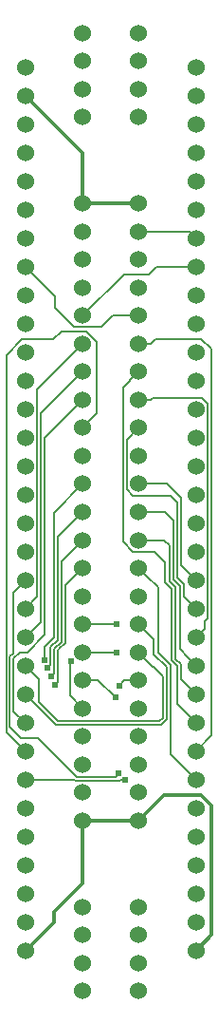
<source format=gtl>
G04 #@! TF.FileFunction,Copper,L1,Top,Signal*
%FSLAX46Y46*%
G04 Gerber Fmt 4.6, Leading zero omitted, Abs format (unit mm)*
G04 Created by KiCad (PCBNEW 4.0.7-e2-6376~58~ubuntu16.04.1) date Fri Feb  2 14:31:39 2018*
%MOMM*%
%LPD*%
G01*
G04 APERTURE LIST*
%ADD10C,0.177800*%
%ADD11C,1.524000*%
%ADD12C,0.609600*%
%ADD13C,0.304800*%
G04 APERTURE END LIST*
D10*
D11*
X133093940Y-66423880D03*
X133093940Y-68963880D03*
X133093940Y-71503880D03*
X133093940Y-74043880D03*
X133093940Y-76583880D03*
X133093940Y-79123880D03*
X133093940Y-81663880D03*
X133093940Y-84203880D03*
X133093940Y-86743880D03*
X133093940Y-89283880D03*
X133093940Y-91823880D03*
X133093940Y-94363880D03*
X133093940Y-96903880D03*
X133093940Y-99443880D03*
X133093940Y-101983880D03*
X133093940Y-104523880D03*
X133093940Y-107063880D03*
X133093940Y-109603880D03*
X133093940Y-112143880D03*
X133093940Y-114683880D03*
X133093940Y-117223880D03*
X133093940Y-119763880D03*
X133093940Y-122303880D03*
X133093940Y-124843880D03*
X133093940Y-127383880D03*
X133093940Y-129923880D03*
X133093940Y-132463880D03*
X133093940Y-135003880D03*
X133093940Y-137543880D03*
X133093940Y-140083880D03*
X133093940Y-142623880D03*
X133093940Y-145163880D03*
X148333940Y-145163880D03*
X148333940Y-142623880D03*
X148333940Y-140083880D03*
X148333940Y-137543880D03*
X148333940Y-135003880D03*
X148333940Y-132463880D03*
X148333940Y-129923880D03*
X148333940Y-127383880D03*
X148333940Y-124843880D03*
X148333940Y-122303880D03*
X148333940Y-119763880D03*
X148333940Y-117223880D03*
X148333940Y-114683880D03*
X148333940Y-112143880D03*
X148333940Y-109603880D03*
X148333940Y-107063880D03*
X148333940Y-104523880D03*
X148333940Y-101983880D03*
X148333940Y-99443880D03*
X148333940Y-96903880D03*
X148333940Y-94363880D03*
X148333940Y-91823880D03*
X148333940Y-89283880D03*
X148333940Y-86743880D03*
X148333940Y-84203880D03*
X148333940Y-81663880D03*
X148333940Y-79123880D03*
X148333940Y-76583880D03*
X148333940Y-74043880D03*
X148333940Y-71503880D03*
X148333940Y-68963880D03*
X148333940Y-66423880D03*
X143203940Y-148741880D03*
X143203940Y-146241880D03*
X143203940Y-143741880D03*
X143203940Y-141241880D03*
X143203940Y-133541880D03*
X143203940Y-131041880D03*
X143203940Y-128541880D03*
X143203940Y-126041880D03*
X143203940Y-123541880D03*
X143203940Y-121041880D03*
X143203940Y-118541880D03*
X143203940Y-116041880D03*
X143203940Y-113541880D03*
X143203940Y-111041880D03*
X143203940Y-108541880D03*
X143203940Y-106041880D03*
X143203940Y-103541880D03*
X143203940Y-101041880D03*
X143203940Y-98541880D03*
X143203940Y-96041880D03*
X143203940Y-93541880D03*
X143203940Y-91041880D03*
X143203940Y-88541880D03*
X143203940Y-86041880D03*
X143203940Y-83541880D03*
X143203940Y-81041880D03*
X143203940Y-78541880D03*
X143203940Y-70841880D03*
X143203940Y-68341880D03*
X143203940Y-65841880D03*
X143203940Y-63341880D03*
X138203940Y-63341880D03*
X138203940Y-65841880D03*
X138203940Y-68341880D03*
X138203940Y-70841880D03*
X138203940Y-78541880D03*
X138203940Y-81041880D03*
X138203940Y-83541880D03*
X138203940Y-86041880D03*
X138203940Y-88541880D03*
X138203940Y-91041880D03*
X138203940Y-93541880D03*
X138203940Y-96041880D03*
X138203940Y-98541880D03*
X138203940Y-101041880D03*
X138203940Y-103541880D03*
X138203940Y-106041880D03*
X138203940Y-108541880D03*
X138203940Y-111041880D03*
X138203940Y-113541880D03*
X138203940Y-116041880D03*
X138203940Y-118541880D03*
X138203940Y-121041880D03*
X138203940Y-123541880D03*
X138203940Y-126041880D03*
X138203940Y-128541880D03*
X138203940Y-131041880D03*
X138203940Y-133541880D03*
X138203940Y-141241880D03*
X138203940Y-143741880D03*
X138203940Y-146241880D03*
X138203940Y-148741880D03*
D12*
X141434787Y-129326980D03*
X141457440Y-121541880D03*
X142034740Y-129898480D03*
X134810510Y-119220262D03*
X135051811Y-119964146D03*
X135382021Y-120718314D03*
X135712231Y-121491080D03*
X141272740Y-116030080D03*
X141272740Y-118595480D03*
X141127230Y-122583280D03*
X137151660Y-119376480D03*
D13*
X135659340Y-141674938D02*
X135659340Y-142598480D01*
X135659340Y-142598480D02*
X133093940Y-145163880D01*
X138203940Y-133541880D02*
X138203940Y-139130338D01*
X138203940Y-139130338D02*
X135659340Y-141674938D01*
X138203940Y-133541880D02*
X139281570Y-133541880D01*
X139281570Y-133541880D02*
X143203940Y-133541880D01*
X143203940Y-133541880D02*
X145501140Y-131244680D01*
X145501140Y-131244680D02*
X148761538Y-131244680D01*
X148761538Y-131244680D02*
X149730940Y-132214082D01*
X149730940Y-132214082D02*
X149730940Y-143740660D01*
X149730940Y-143740660D02*
X148336000Y-145135600D01*
D10*
X135728940Y-87841880D02*
X135728940Y-86808540D01*
X140878940Y-88541880D02*
X139850239Y-89570581D01*
X139850239Y-89570581D02*
X137457641Y-89570581D01*
X137457641Y-89570581D02*
X135728940Y-87841880D01*
X143203940Y-88541880D02*
X140878940Y-88541880D01*
X135728940Y-86808540D02*
X133096000Y-84175600D01*
X141434787Y-129326980D02*
X141129988Y-129631779D01*
X141129988Y-129631779D02*
X137698149Y-129631779D01*
X137698149Y-129631779D02*
X134231050Y-126164680D01*
X134231050Y-126164680D02*
X132712940Y-126164680D01*
X133096000Y-112115600D02*
X131976340Y-113235260D01*
X131976340Y-113235260D02*
X131976340Y-118676772D01*
X131976340Y-118676772D02*
X131711689Y-118941423D01*
X131711689Y-118941423D02*
X131711689Y-125163429D01*
X131711689Y-125163429D02*
X132712940Y-126164680D01*
X143203940Y-121041880D02*
X141957440Y-121041880D01*
X141957440Y-121041880D02*
X141457440Y-121541880D01*
X133096000Y-119735600D02*
X134267280Y-120906880D01*
X134267280Y-122943972D02*
X134267280Y-120906880D01*
X135980877Y-124657569D02*
X134267280Y-122943972D01*
X145348330Y-120686270D02*
X145348330Y-124375090D01*
X145348330Y-124375090D02*
X145065851Y-124657569D01*
X145065851Y-124657569D02*
X135980877Y-124657569D01*
X143203940Y-118541880D02*
X145348330Y-120686270D01*
X143203940Y-118541880D02*
X144473140Y-119811080D01*
X143203940Y-116041880D02*
X144578941Y-117416881D01*
X135833579Y-125013179D02*
X133857999Y-123037599D01*
X144578941Y-117416881D02*
X144578941Y-118700605D01*
X144578941Y-118700605D02*
X145703940Y-119825604D01*
X145703940Y-119825604D02*
X145703940Y-124527480D01*
X145703940Y-124527480D02*
X145218241Y-125013179D01*
X145218241Y-125013179D02*
X135833579Y-125013179D01*
X133857999Y-123037599D02*
X133096000Y-122275600D01*
X137576641Y-130013179D02*
X137459062Y-129895600D01*
X137459062Y-129895600D02*
X133096000Y-129895600D01*
X142034740Y-129898480D02*
X141603688Y-129898480D01*
X141603688Y-129898480D02*
X141488989Y-130013179D01*
X141488989Y-130013179D02*
X137576641Y-130013179D01*
X146059550Y-127619150D02*
X146059550Y-119678306D01*
X146059550Y-119678306D02*
X144934550Y-118553306D01*
X144934550Y-118553306D02*
X144934550Y-112772490D01*
X144934550Y-112772490D02*
X143965939Y-111803879D01*
X143965939Y-111803879D02*
X143203940Y-111041880D01*
X148336000Y-129895600D02*
X146059550Y-127619150D01*
X148336000Y-122275600D02*
X147003940Y-120943540D01*
X145945452Y-109008392D02*
X145478940Y-108541880D01*
X145478940Y-108541880D02*
X143203940Y-108541880D01*
X147003940Y-120943540D02*
X147003940Y-119616880D01*
X147003940Y-119616880D02*
X146517720Y-119130660D01*
X146517720Y-119130660D02*
X146517720Y-112761476D01*
X146517720Y-112761476D02*
X145945452Y-112189208D01*
X145945452Y-112189208D02*
X145945452Y-109008392D01*
X146301061Y-112041909D02*
X146873330Y-112614178D01*
X146873330Y-112614178D02*
X146873330Y-118272930D01*
X146873330Y-118272930D02*
X147574001Y-118973601D01*
X147574001Y-118973601D02*
X148336000Y-119735600D01*
X145576060Y-106041880D02*
X146301060Y-106766880D01*
X146301060Y-106766880D02*
X146301061Y-112041909D01*
X143203940Y-106041880D02*
X145576060Y-106041880D01*
X148336000Y-112115600D02*
X147012280Y-110791880D01*
X147012280Y-110791880D02*
X147012280Y-104800220D01*
X147012280Y-104800220D02*
X145753940Y-103541880D01*
X145753940Y-103541880D02*
X143203940Y-103541880D01*
X143203940Y-98541880D02*
X142175239Y-99570581D01*
X147228940Y-112466880D02*
X147228940Y-113548540D01*
X142175239Y-99570581D02*
X142175239Y-104035657D01*
X147228940Y-113548540D02*
X148336000Y-114655600D01*
X142175239Y-104035657D02*
X142710163Y-104570581D01*
X142710163Y-104570581D02*
X146057641Y-104570581D01*
X146057641Y-104570581D02*
X146656670Y-105169610D01*
X146656670Y-105169610D02*
X146656670Y-111894610D01*
X146656670Y-111894610D02*
X147228940Y-112466880D01*
X149364701Y-115491880D02*
X149364701Y-96381823D01*
X148336000Y-117195600D02*
X149097999Y-116433601D01*
X149097999Y-116433601D02*
X149097999Y-115758582D01*
X149097999Y-115758582D02*
X149364701Y-115491880D01*
X144476551Y-95846899D02*
X144281570Y-96041880D01*
X149364701Y-96381823D02*
X148829777Y-95846899D01*
X148829777Y-95846899D02*
X144476551Y-95846899D01*
X144281570Y-96041880D02*
X143203940Y-96041880D01*
X143203940Y-93541880D02*
X142441941Y-94303879D01*
X146162111Y-119277959D02*
X146648330Y-119764178D01*
X142441941Y-94303879D02*
X142441941Y-94329881D01*
X141803940Y-108664358D02*
X142710163Y-109570581D01*
X142441941Y-94329881D02*
X141803940Y-94967882D01*
X142710163Y-109570581D02*
X144650239Y-109570581D01*
X141803940Y-94967882D02*
X141803940Y-108664358D01*
X144650239Y-109570581D02*
X145589843Y-110510185D01*
X145589843Y-110510185D02*
X145589843Y-112336507D01*
X145589843Y-112336507D02*
X146162110Y-112908774D01*
X146162110Y-112908774D02*
X146162111Y-119277959D01*
X146648330Y-119764178D02*
X146648330Y-123127930D01*
X146648330Y-123127930D02*
X148336000Y-124815600D01*
X143203940Y-91041880D02*
X144281570Y-91041880D01*
X144281570Y-91041880D02*
X144731570Y-90591880D01*
X144731570Y-90591880D02*
X148803940Y-90591880D01*
X148803940Y-90591880D02*
X149720311Y-91508251D01*
X149720311Y-91508251D02*
X149720311Y-125971289D01*
X149720311Y-125971289D02*
X148336000Y-127355600D01*
X143203940Y-81041880D02*
X147742280Y-81041880D01*
X147742280Y-81041880D02*
X148336000Y-81635600D01*
D13*
X143203940Y-78541880D02*
X142126310Y-78541880D01*
X142126310Y-78541880D02*
X138203940Y-78541880D01*
X133093940Y-68963880D02*
X138203940Y-74073880D01*
X138203940Y-74073880D02*
X138203940Y-78541880D01*
D10*
X144142940Y-84838880D02*
X141906940Y-84838880D01*
X141906940Y-84838880D02*
X138203940Y-88541880D01*
X144777940Y-84203880D02*
X144142940Y-84838880D01*
X148333940Y-84203880D02*
X144777940Y-84203880D01*
X134160740Y-113617080D02*
X134160740Y-95085080D01*
X134160740Y-95085080D02*
X138203940Y-91041880D01*
X133093940Y-114683880D02*
X134160740Y-113617080D01*
X134490950Y-97254870D02*
X134490950Y-115826870D01*
X134490950Y-115826870D02*
X133093940Y-117223880D01*
X138203940Y-93541880D02*
X134490950Y-97254870D01*
X133093940Y-124843880D02*
X132041899Y-123791839D01*
X132041899Y-123791839D02*
X132041899Y-119114121D01*
X132041899Y-119114121D02*
X132611340Y-118544680D01*
X132611340Y-118544680D02*
X133258026Y-118544680D01*
X133258026Y-118544680D02*
X134821160Y-116981546D01*
X134821160Y-116981546D02*
X134821160Y-99424660D01*
X134821160Y-99424660D02*
X138203940Y-96041880D01*
X138203940Y-98541880D02*
X139494740Y-97251080D01*
X131381479Y-92051455D02*
X131381479Y-125671419D01*
X131381479Y-125671419D02*
X132331941Y-126621881D01*
X139494740Y-97251080D02*
X139494740Y-90847794D01*
X139494740Y-90847794D02*
X138565826Y-89918880D01*
X132331941Y-126621881D02*
X133093940Y-127383880D01*
X138565826Y-89918880D02*
X136319740Y-89918880D01*
X136319740Y-89918880D02*
X135608540Y-90630080D01*
X135608540Y-90630080D02*
X132802854Y-90630080D01*
X132802854Y-90630080D02*
X131381479Y-92051455D01*
X135633980Y-117223880D02*
X134810510Y-118047350D01*
X134810510Y-118047350D02*
X134810510Y-119220262D01*
X135633980Y-116182480D02*
X135633980Y-117223880D01*
X135633980Y-106111840D02*
X135633980Y-116182480D01*
X138203940Y-103541880D02*
X135633980Y-106111840D01*
X135356610Y-118095554D02*
X135989590Y-117462574D01*
X135989590Y-117462574D02*
X135989590Y-108256230D01*
X135989590Y-108256230D02*
X137441941Y-106803879D01*
X137441941Y-106803879D02*
X138203940Y-106041880D01*
X135051811Y-119964146D02*
X135356610Y-119659347D01*
X135356610Y-119659347D02*
X135356610Y-118095554D01*
X135382021Y-120718314D02*
X135686820Y-120413515D01*
X135686820Y-118232331D02*
X136319800Y-117599351D01*
X135686820Y-120413515D02*
X135686820Y-118232331D01*
X136319800Y-110426020D02*
X137441941Y-109303879D01*
X136319800Y-117599351D02*
X136319800Y-110426020D01*
X137441941Y-109303879D02*
X138203940Y-108541880D01*
X136116540Y-118269595D02*
X136650010Y-117736128D01*
X135712231Y-121491080D02*
X136017030Y-121186281D01*
X136017030Y-121186281D02*
X136017030Y-118369105D01*
X136017030Y-118369105D02*
X136116540Y-118269595D01*
X136650010Y-117736128D02*
X136650010Y-112601080D01*
X138203940Y-111041880D02*
X137441941Y-111803879D01*
X137441941Y-111803879D02*
X137441941Y-111809149D01*
X137441941Y-111809149D02*
X136650010Y-112601080D01*
X141272740Y-116030080D02*
X138215740Y-116030080D01*
X138215740Y-116030080D02*
X138203940Y-116041880D01*
X141272740Y-118595480D02*
X138257540Y-118595480D01*
X138257540Y-118595480D02*
X138203940Y-118541880D01*
X138203940Y-121041880D02*
X139585830Y-121041880D01*
X139585830Y-121041880D02*
X141127230Y-122583280D01*
X137056420Y-119497120D02*
X137056420Y-119471720D01*
X137056420Y-119471720D02*
X137151660Y-119376480D01*
X137056420Y-122394360D02*
X137056420Y-119497120D01*
X138203940Y-123541880D02*
X137056420Y-122394360D01*
M02*

</source>
